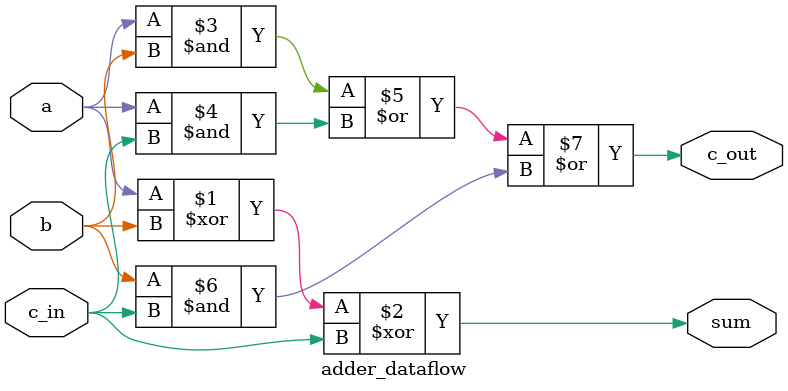
<source format=v>
module adder_dataflow(sum, c_out, a,b,c_in);
   output sum;
   output c_out;

   input a;
   input b;
   input c_in;

   assign sum = a ^ b ^ c_in;
   assign c_out = (a&b) | (a&c_in) | (b&c_in);

endmodule //adder

</source>
